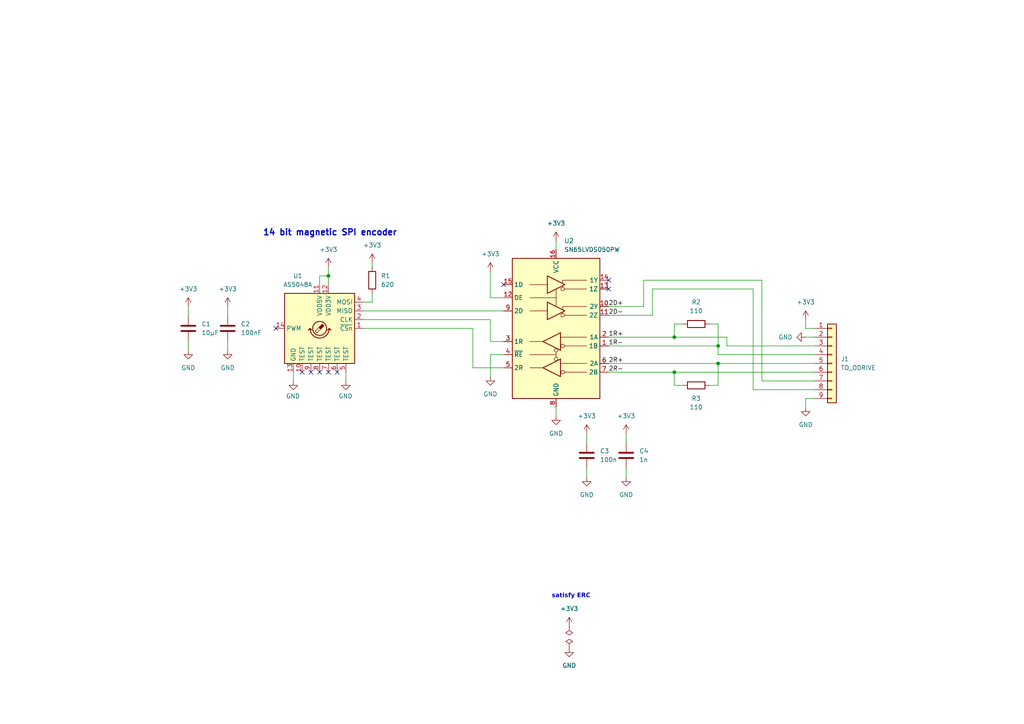
<source format=kicad_sch>
(kicad_sch (version 20230121) (generator eeschema)
  (paper "A4")
  (title_block (title "SN65LVDS050 to AS5048B Board") (date "2023-02-24") (rev "0") (comment 1 "creativecommons.org/licences/by/4.0/") (comment 2 "License: CC by 4.0") (comment 3 "Author: Jordan Aceto"))
  (lib_symbols
    (symbol "Connector_Generic:Conn_01x09" (pin_names (offset 1.016) hide)
      (property "Reference" "J" (at 0 12.7 0))
      (property "Value" "Conn_01x09" (at 0 -12.7 0))
      (symbol "Conn_01x09_1_1"
        (rectangle (start -1.27 -10.033) (end 0 -10.287) (stroke (width 0.1524)))
        (rectangle (start -1.27 -7.493) (end 0 -7.747) (stroke (width 0.1524)))
        (rectangle (start -1.27 -4.953) (end 0 -5.207) (stroke (width 0.1524)))
        (rectangle (start -1.27 -2.413) (end 0 -2.667) (stroke (width 0.1524)))
        (rectangle (start -1.27 0.127) (end 0 -0.127) (stroke (width 0.1524)))
        (rectangle (start -1.27 2.667) (end 0 2.413) (stroke (width 0.1524)))
        (rectangle (start -1.27 5.207) (end 0 4.953) (stroke (width 0.1524)))
        (rectangle (start -1.27 7.747) (end 0 7.493) (stroke (width 0.1524)))
        (rectangle (start -1.27 10.287) (end 0 10.033) (stroke (width 0.1524)))
        (rectangle (start -1.27 11.43) (end 1.27 -11.43) (stroke (width 0.254)) (fill (type background)))
        (pin passive line (at -5.08 10.16 0) (length 3.81) (name "Pin_1") (number "1"))
        (pin passive line (at -5.08 7.62 0) (length 3.81) (name "Pin_2") (number "2"))
        (pin passive line (at -5.08 5.08 0) (length 3.81) (name "Pin_3") (number "3"))
        (pin passive line (at -5.08 2.54 0) (length 3.81) (name "Pin_4") (number "4"))
        (pin passive line (at -5.08 0 0) (length 3.81) (name "Pin_5") (number "5"))
        (pin passive line (at -5.08 -2.54 0) (length 3.81) (name "Pin_6") (number "6"))
        (pin passive line (at -5.08 -5.08 0) (length 3.81) (name "Pin_7") (number "7"))
        (pin passive line (at -5.08 -7.62 0) (length 3.81) (name "Pin_8") (number "8"))
        (pin passive line (at -5.08 -10.16 0) (length 3.81) (name "Pin_9") (number "9"))
      )
    )
    (symbol "Device:C" (pin_numbers hide) (pin_names (offset 0.254))
      (property "Reference" "C" (at 0.635 2.54 0))
      (property "Value" "C" (at 0.635 -2.54 0))
      (symbol "C_0_1"
        (polyline (pts (xy -2.032 -0.762) (xy 2.032 -0.762)) (stroke (width 0.508)))
        (polyline (pts (xy -2.032 0.762) (xy 2.032 0.762)) (stroke (width 0.508)))
      )
      (symbol "C_1_1"
        (pin passive line (at 0 3.81 270) (length 2.794) (name "~") (number "1"))
        (pin passive line (at 0 -3.81 90) (length 2.794) (name "~") (number "2"))
      )
    )
    (symbol "Device:R" (pin_numbers hide) (pin_names (offset 0))
      (property "Reference" "R" (at 2.032 0 90))
      (property "Value" "R" (at 0 0 90))
      (symbol "R_0_1"
        (rectangle (start -1.016 -2.54) (end 1.016 2.54) (stroke (width 0.254)))
      )
      (symbol "R_1_1"
        (pin passive line (at 0 3.81 270) (length 1.27) (name "~") (number "1"))
        (pin passive line (at 0 -3.81 90) (length 1.27) (name "~") (number "2"))
      )
    )
    (symbol "Sensor_Magnetic:AS5048A"
      (property "Reference" "U" (at -10.16 11.43 0))
      (property "Value" "AS5048A" (at 10.16 11.43 0))
      (symbol "AS5048A_0_1"
        (rectangle (start -10.16 10.16) (end 10.16 -10.16) (stroke (width 0.254)) (fill (type background)))
        (arc (start -2.794 0) (mid 0 -2.7819) (end 2.794 0) (stroke (width 0.254)))
        (polyline (pts (xy -2.794 0) (xy -3.302 -0.508)) (stroke (width 0.254)))
        (polyline (pts (xy -2.794 0) (xy -2.286 -0.508)) (stroke (width 0.254)))
        (polyline (pts (xy 2.794 0) (xy 2.286 -0.508)) (stroke (width 0.254)))
        (polyline (pts (xy 2.794 0) (xy 3.302 -0.508)) (stroke (width 0.254)))
      )
      (symbol "AS5048A_1_1"
        (polyline (pts (xy 0.254 0.254) (xy 1.27 -0.762) (xy 0.762 -1.27) (xy -0.254 -0.254)))
        (polyline (pts (xy -0.762 1.27) (xy 0.254 0.254) (xy -0.254 -0.254) (xy -1.27 0.762) (xy -1.016 1.016) (xy -0.762 1.27) (xy -0.635 1.143)) (fill (type outline)))
        (circle (center 0 0) (radius 2.032) (stroke (width 0.254)))
        (pin input line (at -12.7 0 0) (length 2.54) (name "~{CSn}") (number "1"))
        (pin passive line (at 5.08 -12.7 90) (length 2.54) (name "TEST") (number "10"))
        (pin power_in line (at 0 12.7 270) (length 2.54) (name "VDD5V") (number "11"))
        (pin power_in line (at -2.54 12.7 270) (length 2.54) (name "VDD3V") (number "12"))
        (pin power_in line (at 7.62 -12.7 90) (length 2.54) (name "GND") (number "13"))
        (pin output line (at 12.7 0 180) (length 2.54) (name "PWM") (number "14"))
        (pin input line (at -12.7 2.54 0) (length 2.54) (name "CLK") (number "2"))
        (pin output line (at -12.7 5.08 0) (length 2.54) (name "MISO") (number "3"))
        (pin input line (at -12.7 7.62 0) (length 2.54) (name "MOSI") (number "4"))
        (pin passive line (at -7.62 -12.7 90) (length 2.54) (name "TEST") (number "5"))
        (pin passive line (at -5.08 -12.7 90) (length 2.54) (name "TEST") (number "6"))
        (pin passive line (at -2.54 -12.7 90) (length 2.54) (name "TEST") (number "7"))
        (pin passive line (at 0 -12.7 90) (length 2.54) (name "TEST") (number "8"))
        (pin passive line (at 2.54 -12.7 90) (length 2.54) (name "TEST") (number "9"))
      )
    )
    (symbol "custom_symbols:SN65LVDS050PW"
      (property "Reference" "U?" (at 2.3735 25.4 0))
      (property "Value" "SN65LVDS050PW" (at 2.3735 22.86 0))
      (symbol "SN65LVDS050PW_0_1"
        (polyline (pts (xy 0 -7.62) (xy 0 -8.255)))
        (polyline (pts (xy 0 8.89) (xy 0 6.35)))
        (polyline (pts (xy 1.905 4.318) (xy 1.905 4.699)))
        (polyline (pts (xy 1.905 11.938) (xy 1.905 12.319)))
        (polyline (pts (xy 0 -6.985) (xy 0 -7.62) (xy -7.62 -7.62)))
        (polyline (pts (xy 0 11.43) (xy 0 8.89) (xy -7.62 8.89)))
      )
      (symbol "SN65LVDS050PW_1_0"
        (rectangle (start -12.7 20.32) (end 12.7 -20.32) (stroke (width 0.254)) (fill (type background)))
        (circle (center 0 -8.89) (radius 0.508))
        (circle (center 0 -6.35) (radius 0.508))
        (polyline (pts (xy 8.89 -12.7) (xy 2.413 -12.7)))
        (polyline (pts (xy 8.89 -5.08) (xy 2.413 -5.08)))
        (polyline (pts (xy 8.89 3.81) (xy 2.413 3.81)))
        (polyline (pts (xy 8.89 11.43) (xy 2.413 11.43)))
        (polyline (pts (xy 1.27 -10.16) (xy 1.905 -10.16) (xy 8.89 -10.16)))
        (polyline (pts (xy 1.27 -2.54) (xy 1.905 -2.54) (xy 8.89 -2.54)))
        (polyline (pts (xy 1.905 5.461) (xy 1.905 6.35) (xy 8.89 6.35)))
        (polyline (pts (xy 1.905 13.081) (xy 1.905 13.97) (xy 8.89 13.97)))
        (polyline (pts (xy -3.81 -11.43) (xy -5.08 -11.43) (xy -5.08 -11.43) (xy -7.62 -11.43)))
        (polyline (pts (xy -3.81 -3.81) (xy -5.08 -3.81) (xy -5.08 -3.81) (xy -7.62 -3.81)))
        (polyline (pts (xy -2.54 5.08) (xy -5.08 5.08) (xy -5.08 5.08) (xy -7.62 5.08)))
        (polyline (pts (xy -2.54 12.7) (xy -5.08 12.7) (xy -5.08 12.7) (xy -7.62 12.7)))
        (circle (center 1.905 -12.7) (radius 0.508))
        (circle (center 1.905 -5.08) (radius 0.508))
        (circle (center 1.905 3.81) (radius 0.508))
        (circle (center 1.905 11.43) (radius 0.508))
      )
      (symbol "SN65LVDS050PW_1_1"
        (polyline (pts (xy -2.54 7.62) (xy -2.54 2.54) (xy 2.54 5.08) (xy -2.54 7.62)) (stroke (width 0.254)))
        (polyline (pts (xy -2.54 15.24) (xy -2.54 10.16) (xy 2.54 12.7) (xy -2.54 15.24)) (stroke (width 0.254)))
        (polyline (pts (xy 1.27 -8.89) (xy 1.27 -13.97) (xy -3.81 -11.43) (xy 1.27 -8.89)) (stroke (width 0.254)))
        (polyline (pts (xy 1.27 -1.27) (xy 1.27 -6.35) (xy -3.81 -3.81) (xy 1.27 -1.27)) (stroke (width 0.254)))
        (pin input line (at 15.24 -5.08 180) (length 2.54) (name "1B") (number "1"))
        (pin output line (at 15.24 6.35 180) (length 2.54) (name "2Y") (number "10"))
        (pin output line (at 15.24 3.81 180) (length 2.54) (name "2Z") (number "11"))
        (pin input line (at -15.24 8.89 0) (length 2.54) (name "DE") (number "12"))
        (pin output line (at 15.24 11.43 180) (length 2.54) (name "1Z") (number "13"))
        (pin output line (at 15.24 13.97 180) (length 2.54) (name "1Y") (number "14"))
        (pin input line (at -15.24 12.7 0) (length 2.54) (name "1D") (number "15"))
        (pin power_in line (at 0 22.86 270) (length 2.54) (name "VCC") (number "16"))
        (pin input line (at 15.24 -2.54 180) (length 2.54) (name "1A") (number "2"))
        (pin output line (at -15.24 -3.81 0) (length 2.54) (name "1R") (number "3"))
        (pin input line (at -15.24 -7.62 0) (length 2.54) (name "~{RE}") (number "4"))
        (pin output line (at -15.24 -11.43 0) (length 2.54) (name "2R") (number "5"))
        (pin input line (at 15.24 -10.16 180) (length 2.54) (name "2A") (number "6"))
        (pin input line (at 15.24 -12.7 180) (length 2.54) (name "2B") (number "7"))
        (pin power_in line (at 0 -22.86 90) (length 2.54) (name "GND") (number "8"))
        (pin input line (at -15.24 5.08 0) (length 2.54) (name "2D") (number "9"))
      )
    )
    (symbol "power:+3V3" (power) (pin_names (offset 0))
      (property "Value" "+3V3" (at 0 3.556 0))
      (symbol "+3V3_0_1"
        (polyline (pts (xy -0.762 1.27) (xy 0 2.54)))
        (polyline (pts (xy 0 0) (xy 0 2.54)))
        (polyline (pts (xy 0 2.54) (xy 0.762 1.27)))
      )
      (symbol "+3V3_1_1"
        (pin power_in line (at 0 0 90) (length 0) hide (name "+3V3") (number "1"))
      )
    )
    (symbol "power:GND" (power) (pin_names (offset 0))
      (property "Value" "GND" (at 0 -3.81 0))
      (symbol "GND_0_1"
        (polyline (pts (xy 0 0) (xy 0 -1.27) (xy 1.27 -1.27) (xy 0 -2.54) (xy -1.27 -1.27) (xy 0 -1.27)))
      )
      (symbol "GND_1_1"
        (pin power_in line (at 0 0 270) (length 0) hide (name "GND") (number "1"))
      )
    )
    (symbol "power:PWR_FLAG" (power) (pin_numbers hide) (pin_names (offset 0) hide)
      (property "Value" "PWR_FLAG" (at 0 3.81 0))
      (symbol "PWR_FLAG_0_0"
        (pin power_out line (at 0 0 90) (length 0) (name "pwr") (number "1"))
      )
      (symbol "PWR_FLAG_0_1"
        (polyline (pts (xy 0 0) (xy 0 1.27) (xy -1.016 1.905) (xy 0 2.54) (xy 1.016 1.905) (xy 0 1.27)))
      )
    )
  )
  (junction (at 195.58 107.95))
  (junction (at 208.28 100.33))
  (junction (at 208.28 105.41))
  (junction (at 95.25 80.01))
  (junction (at 195.58 97.79))
  (no_connect (at 97.79 107.95))
  (no_connect (at 176.53 81.28))
  (no_connect (at 92.71 107.95))
  (no_connect (at 87.63 107.95))
  (no_connect (at 90.17 107.95))
  (no_connect (at 95.25 107.95))
  (no_connect (at 176.53 83.82))
  (no_connect (at 146.05 82.55))
  (no_connect (at 80.01 95.25))
  (wire (pts (xy 66.04 88.9) (xy 66.04 91.44)))
  (wire (pts (xy 189.23 91.44) (xy 176.53 91.44)))
  (wire (pts (xy 92.71 80.01) (xy 92.71 82.55)))
  (wire (pts (xy 195.58 97.79) (xy 210.82 97.79)))
  (wire (pts (xy 208.28 100.33) (xy 208.28 102.87)))
  (wire (pts (xy 54.61 88.9) (xy 54.61 91.44)))
  (wire (pts (xy 210.82 100.33) (xy 236.22 100.33)))
  (wire (pts (xy 176.53 97.79) (xy 195.58 97.79)))
  (wire (pts (xy 210.82 97.79) (xy 210.82 100.33)))
  (wire (pts (xy 205.74 111.76) (xy 208.28 111.76)))
  (wire (pts (xy 208.28 102.87) (xy 236.22 102.87)))
  (wire (pts (xy 198.12 93.98) (xy 195.58 93.98)))
  (wire (pts (xy 186.69 81.28) (xy 220.98 81.28)))
  (wire (pts (xy 105.41 92.71) (xy 142.24 92.71)))
  (wire (pts (xy 181.61 138.43) (xy 181.61 135.89)))
  (wire (pts (xy 186.69 81.28) (xy 186.69 88.9)))
  (wire (pts (xy 85.09 107.95) (xy 85.09 110.49)))
  (wire (pts (xy 95.25 80.01) (xy 95.25 82.55)))
  (wire (pts (xy 233.68 92.71) (xy 233.68 95.25)))
  (wire (pts (xy 170.18 138.43) (xy 170.18 135.89)))
  (wire (pts (xy 107.95 76.2) (xy 107.95 77.47)))
  (wire (pts (xy 220.98 81.28) (xy 220.98 110.49)))
  (wire (pts (xy 233.68 95.25) (xy 236.22 95.25)))
  (wire (pts (xy 189.23 83.82) (xy 189.23 91.44)))
  (wire (pts (xy 137.16 95.25) (xy 105.41 95.25)))
  (wire (pts (xy 105.41 90.17) (xy 146.05 90.17)))
  (wire (pts (xy 208.28 111.76) (xy 208.28 105.41)))
  (wire (pts (xy 186.69 88.9) (xy 176.53 88.9)))
  (wire (pts (xy 218.44 83.82) (xy 218.44 113.03)))
  (wire (pts (xy 107.95 87.63) (xy 107.95 85.09)))
  (wire (pts (xy 170.18 125.73) (xy 170.18 128.27)))
  (wire (pts (xy 233.68 118.11) (xy 233.68 115.57)))
  (wire (pts (xy 66.04 101.6) (xy 66.04 99.06)))
  (wire (pts (xy 142.24 86.36) (xy 146.05 86.36)))
  (wire (pts (xy 195.58 111.76) (xy 195.58 107.95)))
  (wire (pts (xy 176.53 107.95) (xy 195.58 107.95)))
  (wire (pts (xy 208.28 93.98) (xy 208.28 100.33)))
  (wire (pts (xy 195.58 93.98) (xy 195.58 97.79)))
  (wire (pts (xy 205.74 93.98) (xy 208.28 93.98)))
  (wire (pts (xy 198.12 111.76) (xy 195.58 111.76)))
  (wire (pts (xy 142.24 78.74) (xy 142.24 86.36)))
  (wire (pts (xy 176.53 105.41) (xy 208.28 105.41)))
  (wire (pts (xy 161.29 69.85) (xy 161.29 72.39)))
  (wire (pts (xy 95.25 80.01) (xy 92.71 80.01)))
  (wire (pts (xy 176.53 100.33) (xy 208.28 100.33)))
  (wire (pts (xy 142.24 99.06) (xy 146.05 99.06)))
  (wire (pts (xy 54.61 101.6) (xy 54.61 99.06)))
  (wire (pts (xy 233.68 97.79) (xy 236.22 97.79)))
  (wire (pts (xy 105.41 87.63) (xy 107.95 87.63)))
  (wire (pts (xy 195.58 107.95) (xy 236.22 107.95)))
  (wire (pts (xy 161.29 120.65) (xy 161.29 118.11)))
  (wire (pts (xy 189.23 83.82) (xy 218.44 83.82)))
  (wire (pts (xy 236.22 110.49) (xy 220.98 110.49)))
  (wire (pts (xy 181.61 125.73) (xy 181.61 128.27)))
  (wire (pts (xy 146.05 106.68) (xy 137.16 106.68)))
  (wire (pts (xy 95.25 77.47) (xy 95.25 80.01)))
  (wire (pts (xy 142.24 92.71) (xy 142.24 99.06)))
  (wire (pts (xy 233.68 115.57) (xy 236.22 115.57)))
  (wire (pts (xy 208.28 105.41) (xy 236.22 105.41)))
  (wire (pts (xy 137.16 106.68) (xy 137.16 95.25)))
  (wire (pts (xy 142.24 102.87) (xy 142.24 109.22)))
  (wire (pts (xy 142.24 102.87) (xy 146.05 102.87)))
  (wire (pts (xy 236.22 113.03) (xy 218.44 113.03)))
  (wire (pts (xy 100.33 107.95) (xy 100.33 110.49)))
  (text "14 bit magnetic SPI encoder" (at 76.2 68.58 0) (effects (font (size 1.75 1.75) (thickness 0.35) bold) (justify left bottom)))
  (text "satisfy ERC" (at 160.02 173.99 0) (effects (font (size 1.27 1.27) bold) (justify left bottom)))
  (label "2R+" (at 176.53 105.41 0))
  (label "1R-" (at 176.53 100.33 0))
  (label "2D+" (at 176.53 88.9 0))
  (label "1R+" (at 176.53 97.79 0))
  (label "2R-" (at 176.53 107.95 0))
  (label "2D-" (at 176.53 91.44 0))
  (symbol (lib_id "Sensor_Magnetic:AS5048A") (at 92.71 95.25 0) (mirror y) (unit 1)
    (property "Reference" "U1" (at 86.36 80.01 0))
    (property "Value" "AS5048A" (at 86.36 82.55 0))
    (property "Footprint" "Package_SO:TSSOP-14_4.4x5mm_P0.65mm" (effects hide))
    (property "Datasheet" "https://ams.com/documents/20143/36005/AS5048_DS000298_4-00.pdf" (effects hide))
    (property "Manu" "AMS - www.ams.com" (effects hide))
    (property "Part" "AS5048A" (effects hide))
  )
  (symbol (lib_id "power:GND") (at 85.09 110.49 0) (mirror y) (unit 1)
    (property "Reference" "#PWR0101" (effects hide))
    (property "Value" "GND" (at 84.963 114.8842 0))
  )
  (symbol (lib_id "Device:C") (at 54.61 95.25 0) (unit 1)
    (property "Reference" "C1" (at 58.42 93.98 0) (effects (justify left)))
    (property "Value" "10µF" (at 58.42 96.52 0) (effects (justify left)))
    (property "Footprint" "Capacitor_SMD:C_0603_1608Metric" (effects hide))
  )
  (symbol (lib_id "Device:C") (at 66.04 95.25 0) (unit 1)
    (property "Reference" "C2" (at 69.85 93.98 0) (effects (justify left)))
    (property "Value" "100nF" (at 69.85 96.52 0) (effects (justify left)))
    (property "Footprint" "Capacitor_SMD:C_0603_1608Metric" (effects hide))
  )
  (symbol (lib_id "Device:C") (at 181.61 132.08 0) (unit 1)
    (property "Reference" "C4" (at 185.42 130.81 0) (effects (justify left)))
    (property "Value" "1n" (at 185.42 133.35 0) (effects (justify left)))
    (property "Footprint" "Capacitor_SMD:C_0603_1608Metric" (effects hide))
  )
  (symbol (lib_id "Device:R") (at 201.93 93.98 90) (unit 1)
    (property "Reference" "R2" (at 201.93 87.63 90))
    (property "Value" "110" (at 201.93 90.17 90))
    (property "Footprint" "Resistor_SMD:R_0603_1608Metric" (effects hide))
  )
  (symbol (lib_id "power:GND") (at 233.68 97.79 270) (unit 1)
    (property "Reference" "#PWR01" (effects hide))
    (property "Value" "GND" (at 229.87 97.79 90) (effects (justify right)))
  )
  (symbol (lib_id "power:GND") (at 165.1 187.96 0) (unit 1)
    (property "Reference" "#PWR0129" (effects hide))
    (property "Value" "GND" (at 165.1 193.04 0))
  )
  (symbol (lib_id "custom_symbols:SN65LVDS050PW") (at 161.29 95.25 0) (unit 1)
    (property "Reference" "U2" (at 163.6635 69.85 0) (effects (justify left)))
    (property "Value" "SN65LVDS050PW" (at 163.6635 72.39 0) (effects (justify left)))
    (property "Footprint" "Package_SO:TSSOP-16_4.4x5mm_P0.65mm" (effects hide))
    (property "Datasheet" "https://www.ti.com/lit/ds/symlink/sn65lvds050.pdf?ts=1677270971896&ref_url=https%253A%252F%252Fwww.google.com%252F" (effects hide))
  )
  (symbol (lib_id "power:GND") (at 54.61 101.6 0) (mirror y) (unit 1)
    (property "Reference" "#PWR0117" (effects hide))
    (property "Value" "GND" (at 54.61 106.68 0))
  )
  (symbol (lib_id "power:GND") (at 161.29 120.65 0) (mirror y) (unit 1)
    (property "Reference" "#PWR0104" (effects hide))
    (property "Value" "GND" (at 161.29 125.73 0))
  )
  (symbol (lib_id "power:+3V3") (at 170.18 125.73 0) (unit 1)
    (property "Reference" "#PWR0118" (effects hide))
    (property "Value" "+3V3" (at 170.18 120.65 0))
  )
  (symbol (lib_id "power:PWR_FLAG") (at 165.1 187.96 0) (unit 1)
    (property "Reference" "#FLG0101" (effects hide))
    (property "Value" "PWR_FLAG" (effects hide))
  )
  (symbol (lib_id "Device:C") (at 170.18 132.08 0) (unit 1)
    (property "Reference" "C3" (at 173.99 130.81 0) (effects (justify left)))
    (property "Value" "100n" (at 173.99 133.35 0) (effects (justify left)))
    (property "Footprint" "Capacitor_SMD:C_0603_1608Metric" (effects hide))
  )
  (symbol (lib_id "power:GND") (at 170.18 138.43 0) (mirror y) (unit 1)
    (property "Reference" "#PWR0110" (effects hide))
    (property "Value" "GND" (at 170.18 143.51 0))
  )
  (symbol (lib_id "power:+3V3") (at 181.61 125.73 0) (unit 1)
    (property "Reference" "#PWR0119" (effects hide))
    (property "Value" "+3V3" (at 181.61 120.65 0))
  )
  (symbol (lib_id "power:GND") (at 66.04 101.6 0) (mirror y) (unit 1)
    (property "Reference" "#PWR0120" (effects hide))
    (property "Value" "GND" (at 66.04 106.68 0))
  )
  (symbol (lib_id "power:GND") (at 142.24 109.22 0) (mirror y) (unit 1)
    (property "Reference" "#PWR0103" (effects hide))
    (property "Value" "GND" (at 142.24 114.3 0))
  )
  (symbol (lib_id "power:+3V3") (at 95.25 77.47 0) (mirror y) (unit 1)
    (property "Reference" "#PWR0123" (effects hide))
    (property "Value" "+3V3" (at 95.25 72.39 0))
  )
  (symbol (lib_id "power:+3V3") (at 161.29 69.85 0) (unit 1)
    (property "Reference" "#PWR0105" (effects hide))
    (property "Value" "+3V3" (at 161.29 64.77 0))
  )
  (symbol (lib_id "power:+3V3") (at 142.24 78.74 0) (mirror y) (unit 1)
    (property "Reference" "#PWR0102" (effects hide))
    (property "Value" "+3V3" (at 142.24 73.66 0))
  )
  (symbol (lib_id "Device:R") (at 201.93 111.76 90) (unit 1)
    (property "Reference" "R3" (at 201.93 115.57 90))
    (property "Value" "110" (at 201.93 118.11 90))
    (property "Footprint" "Resistor_SMD:R_0603_1608Metric" (effects hide))
  )
  (symbol (lib_id "power:+3V3") (at 66.04 88.9 0) (unit 1)
    (property "Reference" "#PWR0122" (effects hide))
    (property "Value" "+3V3" (at 66.04 83.82 0))
  )
  (symbol (lib_id "power:+3V3") (at 233.68 92.71 0) (unit 1)
    (property "Reference" "#PWR0107" (effects hide))
    (property "Value" "+3V3" (at 233.68 87.63 0))
  )
  (symbol (lib_id "power:PWR_FLAG") (at 165.1 181.61 180) (unit 1)
    (property "Reference" "#FLG0103" (effects hide))
    (property "Value" "PWR_FLAG" (effects hide))
  )
  (symbol (lib_id "Device:R") (at 107.95 81.28 0) (unit 1)
    (property "Reference" "R1" (at 110.49 80.01 0) (effects (justify left)))
    (property "Value" "620" (at 110.49 82.55 0) (effects (justify left)))
    (property "Footprint" "Resistor_SMD:R_0603_1608Metric" (effects hide))
  )
  (symbol (lib_id "power:+3V3") (at 107.95 76.2 0) (unit 1)
    (property "Reference" "#PWR0130" (effects hide))
    (property "Value" "+3V3" (at 107.95 71.12 0))
  )
  (symbol (lib_id "power:+3V3") (at 165.1 181.61 0) (unit 1)
    (property "Reference" "#PWR0128" (effects hide))
    (property "Value" "+3V3" (at 165.1 176.53 0))
  )
  (symbol (lib_id "power:+3V3") (at 54.61 88.9 0) (unit 1)
    (property "Reference" "#PWR0121" (effects hide))
    (property "Value" "+3V3" (at 54.61 83.82 0))
  )
  (symbol (lib_id "power:GND") (at 181.61 138.43 0) (mirror y) (unit 1)
    (property "Reference" "#PWR0111" (effects hide))
    (property "Value" "GND" (at 181.61 143.51 0))
  )
  (symbol (lib_id "power:GND") (at 100.33 110.49 0) (mirror y) (unit 1)
    (property "Reference" "#PWR0116" (effects hide))
    (property "Value" "GND" (at 100.203 114.8842 0))
  )
  (symbol (lib_id "power:GND") (at 233.68 118.11 0) (mirror y) (unit 1)
    (property "Reference" "#PWR02" (effects hide))
    (property "Value" "GND" (at 233.68 123.19 0))
  )
  (symbol (lib_id "Connector_Generic:Conn_01x09") (at 241.3 105.41 0) (unit 1)
    (property "Reference" "J1" (at 243.84 104.14 0) (effects (justify left)))
    (property "Value" "TO_ODRIVE" (at 243.84 106.68 0) (effects (justify left)))
    (property "Footprint" "Connector_JST:JST_GH_SM09B-GHS-TB_1x09-1MP_P1.25mm_Horizontal" (effects hide))
  )
)
</source>
